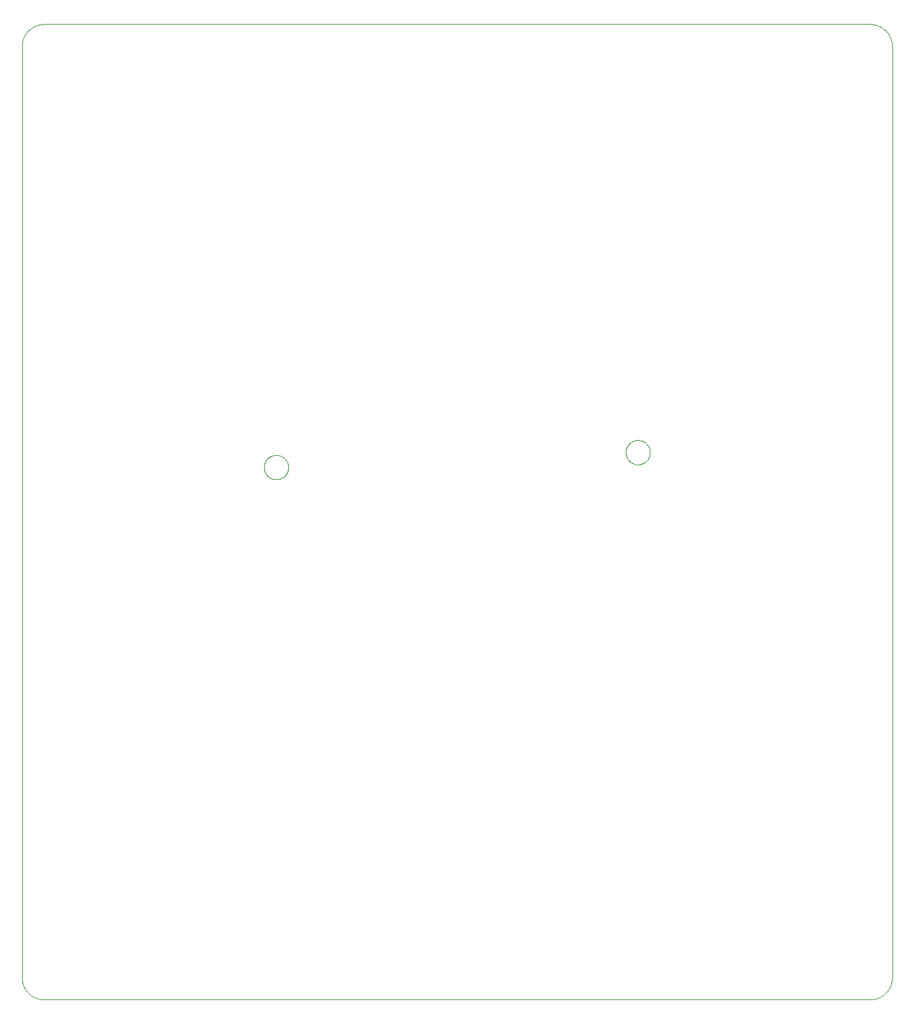
<source format=gko>
G75*
%MOIN*%
%OFA0B0*%
%FSLAX25Y25*%
%IPPOS*%
%LPD*%
%AMOC8*
5,1,8,0,0,1.08239X$1,22.5*
%
%ADD10C,0.00000*%
D10*
X0171500Y0128311D02*
X0171500Y0619689D01*
X0171503Y0619974D01*
X0171514Y0620260D01*
X0171531Y0620545D01*
X0171555Y0620829D01*
X0171586Y0621113D01*
X0171624Y0621396D01*
X0171669Y0621677D01*
X0171720Y0621958D01*
X0171778Y0622238D01*
X0171843Y0622516D01*
X0171915Y0622792D01*
X0171993Y0623066D01*
X0172078Y0623339D01*
X0172170Y0623609D01*
X0172268Y0623877D01*
X0172372Y0624143D01*
X0172483Y0624406D01*
X0172600Y0624666D01*
X0172723Y0624924D01*
X0172853Y0625178D01*
X0172989Y0625429D01*
X0173130Y0625677D01*
X0173278Y0625921D01*
X0173431Y0626162D01*
X0173591Y0626398D01*
X0173756Y0626631D01*
X0173926Y0626860D01*
X0174102Y0627085D01*
X0174284Y0627305D01*
X0174470Y0627521D01*
X0174662Y0627732D01*
X0174859Y0627939D01*
X0175061Y0628141D01*
X0175268Y0628338D01*
X0175479Y0628530D01*
X0175695Y0628716D01*
X0175915Y0628898D01*
X0176140Y0629074D01*
X0176369Y0629244D01*
X0176602Y0629409D01*
X0176838Y0629569D01*
X0177079Y0629722D01*
X0177323Y0629870D01*
X0177571Y0630011D01*
X0177822Y0630147D01*
X0178076Y0630277D01*
X0178334Y0630400D01*
X0178594Y0630517D01*
X0178857Y0630628D01*
X0179123Y0630732D01*
X0179391Y0630830D01*
X0179661Y0630922D01*
X0179934Y0631007D01*
X0180208Y0631085D01*
X0180484Y0631157D01*
X0180762Y0631222D01*
X0181042Y0631280D01*
X0181323Y0631331D01*
X0181604Y0631376D01*
X0181887Y0631414D01*
X0182171Y0631445D01*
X0182455Y0631469D01*
X0182740Y0631486D01*
X0183026Y0631497D01*
X0183311Y0631500D01*
X0619689Y0631500D01*
X0619974Y0631497D01*
X0620260Y0631486D01*
X0620545Y0631469D01*
X0620829Y0631445D01*
X0621113Y0631414D01*
X0621396Y0631376D01*
X0621677Y0631331D01*
X0621958Y0631280D01*
X0622238Y0631222D01*
X0622516Y0631157D01*
X0622792Y0631085D01*
X0623066Y0631007D01*
X0623339Y0630922D01*
X0623609Y0630830D01*
X0623877Y0630732D01*
X0624143Y0630628D01*
X0624406Y0630517D01*
X0624666Y0630400D01*
X0624924Y0630277D01*
X0625178Y0630147D01*
X0625429Y0630011D01*
X0625677Y0629870D01*
X0625921Y0629722D01*
X0626162Y0629569D01*
X0626398Y0629409D01*
X0626631Y0629244D01*
X0626860Y0629074D01*
X0627085Y0628898D01*
X0627305Y0628716D01*
X0627521Y0628530D01*
X0627732Y0628338D01*
X0627939Y0628141D01*
X0628141Y0627939D01*
X0628338Y0627732D01*
X0628530Y0627521D01*
X0628716Y0627305D01*
X0628898Y0627085D01*
X0629074Y0626860D01*
X0629244Y0626631D01*
X0629409Y0626398D01*
X0629569Y0626162D01*
X0629722Y0625921D01*
X0629870Y0625677D01*
X0630011Y0625429D01*
X0630147Y0625178D01*
X0630277Y0624924D01*
X0630400Y0624666D01*
X0630517Y0624406D01*
X0630628Y0624143D01*
X0630732Y0623877D01*
X0630830Y0623609D01*
X0630922Y0623339D01*
X0631007Y0623066D01*
X0631085Y0622792D01*
X0631157Y0622516D01*
X0631222Y0622238D01*
X0631280Y0621958D01*
X0631331Y0621677D01*
X0631376Y0621396D01*
X0631414Y0621113D01*
X0631445Y0620829D01*
X0631469Y0620545D01*
X0631486Y0620260D01*
X0631497Y0619974D01*
X0631500Y0619689D01*
X0631500Y0128311D01*
X0631497Y0128026D01*
X0631486Y0127740D01*
X0631469Y0127455D01*
X0631445Y0127171D01*
X0631414Y0126887D01*
X0631376Y0126604D01*
X0631331Y0126323D01*
X0631280Y0126042D01*
X0631222Y0125762D01*
X0631157Y0125484D01*
X0631085Y0125208D01*
X0631007Y0124934D01*
X0630922Y0124661D01*
X0630830Y0124391D01*
X0630732Y0124123D01*
X0630628Y0123857D01*
X0630517Y0123594D01*
X0630400Y0123334D01*
X0630277Y0123076D01*
X0630147Y0122822D01*
X0630011Y0122571D01*
X0629870Y0122323D01*
X0629722Y0122079D01*
X0629569Y0121838D01*
X0629409Y0121602D01*
X0629244Y0121369D01*
X0629074Y0121140D01*
X0628898Y0120915D01*
X0628716Y0120695D01*
X0628530Y0120479D01*
X0628338Y0120268D01*
X0628141Y0120061D01*
X0627939Y0119859D01*
X0627732Y0119662D01*
X0627521Y0119470D01*
X0627305Y0119284D01*
X0627085Y0119102D01*
X0626860Y0118926D01*
X0626631Y0118756D01*
X0626398Y0118591D01*
X0626162Y0118431D01*
X0625921Y0118278D01*
X0625677Y0118130D01*
X0625429Y0117989D01*
X0625178Y0117853D01*
X0624924Y0117723D01*
X0624666Y0117600D01*
X0624406Y0117483D01*
X0624143Y0117372D01*
X0623877Y0117268D01*
X0623609Y0117170D01*
X0623339Y0117078D01*
X0623066Y0116993D01*
X0622792Y0116915D01*
X0622516Y0116843D01*
X0622238Y0116778D01*
X0621958Y0116720D01*
X0621677Y0116669D01*
X0621396Y0116624D01*
X0621113Y0116586D01*
X0620829Y0116555D01*
X0620545Y0116531D01*
X0620260Y0116514D01*
X0619974Y0116503D01*
X0619689Y0116500D01*
X0183311Y0116500D01*
X0183026Y0116503D01*
X0182740Y0116514D01*
X0182455Y0116531D01*
X0182171Y0116555D01*
X0181887Y0116586D01*
X0181604Y0116624D01*
X0181323Y0116669D01*
X0181042Y0116720D01*
X0180762Y0116778D01*
X0180484Y0116843D01*
X0180208Y0116915D01*
X0179934Y0116993D01*
X0179661Y0117078D01*
X0179391Y0117170D01*
X0179123Y0117268D01*
X0178857Y0117372D01*
X0178594Y0117483D01*
X0178334Y0117600D01*
X0178076Y0117723D01*
X0177822Y0117853D01*
X0177571Y0117989D01*
X0177323Y0118130D01*
X0177079Y0118278D01*
X0176838Y0118431D01*
X0176602Y0118591D01*
X0176369Y0118756D01*
X0176140Y0118926D01*
X0175915Y0119102D01*
X0175695Y0119284D01*
X0175479Y0119470D01*
X0175268Y0119662D01*
X0175061Y0119859D01*
X0174859Y0120061D01*
X0174662Y0120268D01*
X0174470Y0120479D01*
X0174284Y0120695D01*
X0174102Y0120915D01*
X0173926Y0121140D01*
X0173756Y0121369D01*
X0173591Y0121602D01*
X0173431Y0121838D01*
X0173278Y0122079D01*
X0173130Y0122323D01*
X0172989Y0122571D01*
X0172853Y0122822D01*
X0172723Y0123076D01*
X0172600Y0123334D01*
X0172483Y0123594D01*
X0172372Y0123857D01*
X0172268Y0124123D01*
X0172170Y0124391D01*
X0172078Y0124661D01*
X0171993Y0124934D01*
X0171915Y0125208D01*
X0171843Y0125484D01*
X0171778Y0125762D01*
X0171720Y0126042D01*
X0171669Y0126323D01*
X0171624Y0126604D01*
X0171586Y0126887D01*
X0171555Y0127171D01*
X0171531Y0127455D01*
X0171514Y0127740D01*
X0171503Y0128026D01*
X0171500Y0128311D01*
X0299516Y0397563D02*
X0299518Y0397723D01*
X0299524Y0397883D01*
X0299534Y0398043D01*
X0299548Y0398203D01*
X0299566Y0398362D01*
X0299588Y0398521D01*
X0299614Y0398679D01*
X0299643Y0398836D01*
X0299677Y0398993D01*
X0299715Y0399148D01*
X0299756Y0399303D01*
X0299801Y0399457D01*
X0299851Y0399609D01*
X0299903Y0399760D01*
X0299960Y0399910D01*
X0300021Y0400059D01*
X0300085Y0400206D01*
X0300152Y0400351D01*
X0300224Y0400494D01*
X0300298Y0400636D01*
X0300377Y0400776D01*
X0300459Y0400913D01*
X0300544Y0401049D01*
X0300632Y0401182D01*
X0300724Y0401314D01*
X0300819Y0401442D01*
X0300918Y0401569D01*
X0301019Y0401693D01*
X0301124Y0401814D01*
X0301231Y0401933D01*
X0301342Y0402049D01*
X0301455Y0402162D01*
X0301571Y0402273D01*
X0301690Y0402380D01*
X0301811Y0402485D01*
X0301935Y0402586D01*
X0302062Y0402685D01*
X0302190Y0402780D01*
X0302322Y0402872D01*
X0302455Y0402960D01*
X0302591Y0403045D01*
X0302729Y0403127D01*
X0302868Y0403206D01*
X0303010Y0403280D01*
X0303153Y0403352D01*
X0303298Y0403419D01*
X0303445Y0403483D01*
X0303594Y0403544D01*
X0303744Y0403601D01*
X0303895Y0403653D01*
X0304047Y0403703D01*
X0304201Y0403748D01*
X0304356Y0403789D01*
X0304511Y0403827D01*
X0304668Y0403861D01*
X0304825Y0403890D01*
X0304983Y0403916D01*
X0305142Y0403938D01*
X0305301Y0403956D01*
X0305461Y0403970D01*
X0305621Y0403980D01*
X0305781Y0403986D01*
X0305941Y0403988D01*
X0306101Y0403986D01*
X0306261Y0403980D01*
X0306421Y0403970D01*
X0306581Y0403956D01*
X0306740Y0403938D01*
X0306899Y0403916D01*
X0307057Y0403890D01*
X0307214Y0403861D01*
X0307371Y0403827D01*
X0307526Y0403789D01*
X0307681Y0403748D01*
X0307835Y0403703D01*
X0307987Y0403653D01*
X0308138Y0403601D01*
X0308288Y0403544D01*
X0308437Y0403483D01*
X0308584Y0403419D01*
X0308729Y0403352D01*
X0308872Y0403280D01*
X0309014Y0403206D01*
X0309154Y0403127D01*
X0309291Y0403045D01*
X0309427Y0402960D01*
X0309560Y0402872D01*
X0309692Y0402780D01*
X0309820Y0402685D01*
X0309947Y0402586D01*
X0310071Y0402485D01*
X0310192Y0402380D01*
X0310311Y0402273D01*
X0310427Y0402162D01*
X0310540Y0402049D01*
X0310651Y0401933D01*
X0310758Y0401814D01*
X0310863Y0401693D01*
X0310964Y0401569D01*
X0311063Y0401442D01*
X0311158Y0401314D01*
X0311250Y0401182D01*
X0311338Y0401049D01*
X0311423Y0400913D01*
X0311505Y0400775D01*
X0311584Y0400636D01*
X0311658Y0400494D01*
X0311730Y0400351D01*
X0311797Y0400206D01*
X0311861Y0400059D01*
X0311922Y0399910D01*
X0311979Y0399760D01*
X0312031Y0399609D01*
X0312081Y0399457D01*
X0312126Y0399303D01*
X0312167Y0399148D01*
X0312205Y0398993D01*
X0312239Y0398836D01*
X0312268Y0398679D01*
X0312294Y0398521D01*
X0312316Y0398362D01*
X0312334Y0398203D01*
X0312348Y0398043D01*
X0312358Y0397883D01*
X0312364Y0397723D01*
X0312366Y0397563D01*
X0312364Y0397403D01*
X0312358Y0397243D01*
X0312348Y0397083D01*
X0312334Y0396923D01*
X0312316Y0396764D01*
X0312294Y0396605D01*
X0312268Y0396447D01*
X0312239Y0396290D01*
X0312205Y0396133D01*
X0312167Y0395978D01*
X0312126Y0395823D01*
X0312081Y0395669D01*
X0312031Y0395517D01*
X0311979Y0395366D01*
X0311922Y0395216D01*
X0311861Y0395067D01*
X0311797Y0394920D01*
X0311730Y0394775D01*
X0311658Y0394632D01*
X0311584Y0394490D01*
X0311505Y0394350D01*
X0311423Y0394213D01*
X0311338Y0394077D01*
X0311250Y0393944D01*
X0311158Y0393812D01*
X0311063Y0393684D01*
X0310964Y0393557D01*
X0310863Y0393433D01*
X0310758Y0393312D01*
X0310651Y0393193D01*
X0310540Y0393077D01*
X0310427Y0392964D01*
X0310311Y0392853D01*
X0310192Y0392746D01*
X0310071Y0392641D01*
X0309947Y0392540D01*
X0309820Y0392441D01*
X0309692Y0392346D01*
X0309560Y0392254D01*
X0309427Y0392166D01*
X0309291Y0392081D01*
X0309153Y0391999D01*
X0309014Y0391920D01*
X0308872Y0391846D01*
X0308729Y0391774D01*
X0308584Y0391707D01*
X0308437Y0391643D01*
X0308288Y0391582D01*
X0308138Y0391525D01*
X0307987Y0391473D01*
X0307835Y0391423D01*
X0307681Y0391378D01*
X0307526Y0391337D01*
X0307371Y0391299D01*
X0307214Y0391265D01*
X0307057Y0391236D01*
X0306899Y0391210D01*
X0306740Y0391188D01*
X0306581Y0391170D01*
X0306421Y0391156D01*
X0306261Y0391146D01*
X0306101Y0391140D01*
X0305941Y0391138D01*
X0305781Y0391140D01*
X0305621Y0391146D01*
X0305461Y0391156D01*
X0305301Y0391170D01*
X0305142Y0391188D01*
X0304983Y0391210D01*
X0304825Y0391236D01*
X0304668Y0391265D01*
X0304511Y0391299D01*
X0304356Y0391337D01*
X0304201Y0391378D01*
X0304047Y0391423D01*
X0303895Y0391473D01*
X0303744Y0391525D01*
X0303594Y0391582D01*
X0303445Y0391643D01*
X0303298Y0391707D01*
X0303153Y0391774D01*
X0303010Y0391846D01*
X0302868Y0391920D01*
X0302728Y0391999D01*
X0302591Y0392081D01*
X0302455Y0392166D01*
X0302322Y0392254D01*
X0302190Y0392346D01*
X0302062Y0392441D01*
X0301935Y0392540D01*
X0301811Y0392641D01*
X0301690Y0392746D01*
X0301571Y0392853D01*
X0301455Y0392964D01*
X0301342Y0393077D01*
X0301231Y0393193D01*
X0301124Y0393312D01*
X0301019Y0393433D01*
X0300918Y0393557D01*
X0300819Y0393684D01*
X0300724Y0393812D01*
X0300632Y0393944D01*
X0300544Y0394077D01*
X0300459Y0394213D01*
X0300377Y0394351D01*
X0300298Y0394490D01*
X0300224Y0394632D01*
X0300152Y0394775D01*
X0300085Y0394920D01*
X0300021Y0395067D01*
X0299960Y0395216D01*
X0299903Y0395366D01*
X0299851Y0395517D01*
X0299801Y0395669D01*
X0299756Y0395823D01*
X0299715Y0395978D01*
X0299677Y0396133D01*
X0299643Y0396290D01*
X0299614Y0396447D01*
X0299588Y0396605D01*
X0299566Y0396764D01*
X0299548Y0396923D01*
X0299534Y0397083D01*
X0299524Y0397243D01*
X0299518Y0397403D01*
X0299516Y0397563D01*
X0490634Y0405437D02*
X0490636Y0405597D01*
X0490642Y0405757D01*
X0490652Y0405917D01*
X0490666Y0406077D01*
X0490684Y0406236D01*
X0490706Y0406395D01*
X0490732Y0406553D01*
X0490761Y0406710D01*
X0490795Y0406867D01*
X0490833Y0407022D01*
X0490874Y0407177D01*
X0490919Y0407331D01*
X0490969Y0407483D01*
X0491021Y0407634D01*
X0491078Y0407784D01*
X0491139Y0407933D01*
X0491203Y0408080D01*
X0491270Y0408225D01*
X0491342Y0408368D01*
X0491416Y0408510D01*
X0491495Y0408650D01*
X0491577Y0408787D01*
X0491662Y0408923D01*
X0491750Y0409056D01*
X0491842Y0409188D01*
X0491937Y0409316D01*
X0492036Y0409443D01*
X0492137Y0409567D01*
X0492242Y0409688D01*
X0492349Y0409807D01*
X0492460Y0409923D01*
X0492573Y0410036D01*
X0492689Y0410147D01*
X0492808Y0410254D01*
X0492929Y0410359D01*
X0493053Y0410460D01*
X0493180Y0410559D01*
X0493308Y0410654D01*
X0493440Y0410746D01*
X0493573Y0410834D01*
X0493709Y0410919D01*
X0493847Y0411001D01*
X0493986Y0411080D01*
X0494128Y0411154D01*
X0494271Y0411226D01*
X0494416Y0411293D01*
X0494563Y0411357D01*
X0494712Y0411418D01*
X0494862Y0411475D01*
X0495013Y0411527D01*
X0495165Y0411577D01*
X0495319Y0411622D01*
X0495474Y0411663D01*
X0495629Y0411701D01*
X0495786Y0411735D01*
X0495943Y0411764D01*
X0496101Y0411790D01*
X0496260Y0411812D01*
X0496419Y0411830D01*
X0496579Y0411844D01*
X0496739Y0411854D01*
X0496899Y0411860D01*
X0497059Y0411862D01*
X0497219Y0411860D01*
X0497379Y0411854D01*
X0497539Y0411844D01*
X0497699Y0411830D01*
X0497858Y0411812D01*
X0498017Y0411790D01*
X0498175Y0411764D01*
X0498332Y0411735D01*
X0498489Y0411701D01*
X0498644Y0411663D01*
X0498799Y0411622D01*
X0498953Y0411577D01*
X0499105Y0411527D01*
X0499256Y0411475D01*
X0499406Y0411418D01*
X0499555Y0411357D01*
X0499702Y0411293D01*
X0499847Y0411226D01*
X0499990Y0411154D01*
X0500132Y0411080D01*
X0500272Y0411001D01*
X0500409Y0410919D01*
X0500545Y0410834D01*
X0500678Y0410746D01*
X0500810Y0410654D01*
X0500938Y0410559D01*
X0501065Y0410460D01*
X0501189Y0410359D01*
X0501310Y0410254D01*
X0501429Y0410147D01*
X0501545Y0410036D01*
X0501658Y0409923D01*
X0501769Y0409807D01*
X0501876Y0409688D01*
X0501981Y0409567D01*
X0502082Y0409443D01*
X0502181Y0409316D01*
X0502276Y0409188D01*
X0502368Y0409056D01*
X0502456Y0408923D01*
X0502541Y0408787D01*
X0502623Y0408649D01*
X0502702Y0408510D01*
X0502776Y0408368D01*
X0502848Y0408225D01*
X0502915Y0408080D01*
X0502979Y0407933D01*
X0503040Y0407784D01*
X0503097Y0407634D01*
X0503149Y0407483D01*
X0503199Y0407331D01*
X0503244Y0407177D01*
X0503285Y0407022D01*
X0503323Y0406867D01*
X0503357Y0406710D01*
X0503386Y0406553D01*
X0503412Y0406395D01*
X0503434Y0406236D01*
X0503452Y0406077D01*
X0503466Y0405917D01*
X0503476Y0405757D01*
X0503482Y0405597D01*
X0503484Y0405437D01*
X0503482Y0405277D01*
X0503476Y0405117D01*
X0503466Y0404957D01*
X0503452Y0404797D01*
X0503434Y0404638D01*
X0503412Y0404479D01*
X0503386Y0404321D01*
X0503357Y0404164D01*
X0503323Y0404007D01*
X0503285Y0403852D01*
X0503244Y0403697D01*
X0503199Y0403543D01*
X0503149Y0403391D01*
X0503097Y0403240D01*
X0503040Y0403090D01*
X0502979Y0402941D01*
X0502915Y0402794D01*
X0502848Y0402649D01*
X0502776Y0402506D01*
X0502702Y0402364D01*
X0502623Y0402224D01*
X0502541Y0402087D01*
X0502456Y0401951D01*
X0502368Y0401818D01*
X0502276Y0401686D01*
X0502181Y0401558D01*
X0502082Y0401431D01*
X0501981Y0401307D01*
X0501876Y0401186D01*
X0501769Y0401067D01*
X0501658Y0400951D01*
X0501545Y0400838D01*
X0501429Y0400727D01*
X0501310Y0400620D01*
X0501189Y0400515D01*
X0501065Y0400414D01*
X0500938Y0400315D01*
X0500810Y0400220D01*
X0500678Y0400128D01*
X0500545Y0400040D01*
X0500409Y0399955D01*
X0500271Y0399873D01*
X0500132Y0399794D01*
X0499990Y0399720D01*
X0499847Y0399648D01*
X0499702Y0399581D01*
X0499555Y0399517D01*
X0499406Y0399456D01*
X0499256Y0399399D01*
X0499105Y0399347D01*
X0498953Y0399297D01*
X0498799Y0399252D01*
X0498644Y0399211D01*
X0498489Y0399173D01*
X0498332Y0399139D01*
X0498175Y0399110D01*
X0498017Y0399084D01*
X0497858Y0399062D01*
X0497699Y0399044D01*
X0497539Y0399030D01*
X0497379Y0399020D01*
X0497219Y0399014D01*
X0497059Y0399012D01*
X0496899Y0399014D01*
X0496739Y0399020D01*
X0496579Y0399030D01*
X0496419Y0399044D01*
X0496260Y0399062D01*
X0496101Y0399084D01*
X0495943Y0399110D01*
X0495786Y0399139D01*
X0495629Y0399173D01*
X0495474Y0399211D01*
X0495319Y0399252D01*
X0495165Y0399297D01*
X0495013Y0399347D01*
X0494862Y0399399D01*
X0494712Y0399456D01*
X0494563Y0399517D01*
X0494416Y0399581D01*
X0494271Y0399648D01*
X0494128Y0399720D01*
X0493986Y0399794D01*
X0493846Y0399873D01*
X0493709Y0399955D01*
X0493573Y0400040D01*
X0493440Y0400128D01*
X0493308Y0400220D01*
X0493180Y0400315D01*
X0493053Y0400414D01*
X0492929Y0400515D01*
X0492808Y0400620D01*
X0492689Y0400727D01*
X0492573Y0400838D01*
X0492460Y0400951D01*
X0492349Y0401067D01*
X0492242Y0401186D01*
X0492137Y0401307D01*
X0492036Y0401431D01*
X0491937Y0401558D01*
X0491842Y0401686D01*
X0491750Y0401818D01*
X0491662Y0401951D01*
X0491577Y0402087D01*
X0491495Y0402225D01*
X0491416Y0402364D01*
X0491342Y0402506D01*
X0491270Y0402649D01*
X0491203Y0402794D01*
X0491139Y0402941D01*
X0491078Y0403090D01*
X0491021Y0403240D01*
X0490969Y0403391D01*
X0490919Y0403543D01*
X0490874Y0403697D01*
X0490833Y0403852D01*
X0490795Y0404007D01*
X0490761Y0404164D01*
X0490732Y0404321D01*
X0490706Y0404479D01*
X0490684Y0404638D01*
X0490666Y0404797D01*
X0490652Y0404957D01*
X0490642Y0405117D01*
X0490636Y0405277D01*
X0490634Y0405437D01*
M02*

</source>
